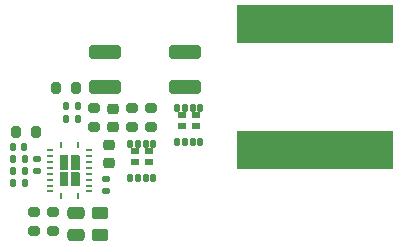
<source format=gbr>
%TF.GenerationSoftware,KiCad,Pcbnew,8.0.6*%
%TF.CreationDate,2024-10-21T22:45:32+01:00*%
%TF.ProjectId,buck,6275636b-2e6b-4696-9361-645f70636258,rev?*%
%TF.SameCoordinates,Original*%
%TF.FileFunction,Paste,Top*%
%TF.FilePolarity,Positive*%
%FSLAX46Y46*%
G04 Gerber Fmt 4.6, Leading zero omitted, Abs format (unit mm)*
G04 Created by KiCad (PCBNEW 8.0.6) date 2024-10-21 22:45:32*
%MOMM*%
%LPD*%
G01*
G04 APERTURE LIST*
G04 Aperture macros list*
%AMRoundRect*
0 Rectangle with rounded corners*
0 $1 Rounding radius*
0 $2 $3 $4 $5 $6 $7 $8 $9 X,Y pos of 4 corners*
0 Add a 4 corners polygon primitive as box body*
4,1,4,$2,$3,$4,$5,$6,$7,$8,$9,$2,$3,0*
0 Add four circle primitives for the rounded corners*
1,1,$1+$1,$2,$3*
1,1,$1+$1,$4,$5*
1,1,$1+$1,$6,$7*
1,1,$1+$1,$8,$9*
0 Add four rect primitives between the rounded corners*
20,1,$1+$1,$2,$3,$4,$5,0*
20,1,$1+$1,$4,$5,$6,$7,0*
20,1,$1+$1,$6,$7,$8,$9,0*
20,1,$1+$1,$8,$9,$2,$3,0*%
G04 Aperture macros list end*
%ADD10C,0.000000*%
%ADD11RoundRect,0.135000X-0.135000X-0.185000X0.135000X-0.185000X0.135000X0.185000X-0.135000X0.185000X0*%
%ADD12RoundRect,0.200000X0.275000X-0.200000X0.275000X0.200000X-0.275000X0.200000X-0.275000X-0.200000X0*%
%ADD13RoundRect,0.140000X-0.170000X0.140000X-0.170000X-0.140000X0.170000X-0.140000X0.170000X0.140000X0*%
%ADD14RoundRect,0.200000X-0.275000X0.200000X-0.275000X-0.200000X0.275000X-0.200000X0.275000X0.200000X0*%
%ADD15RoundRect,0.250000X0.450000X-0.262500X0.450000X0.262500X-0.450000X0.262500X-0.450000X-0.262500X0*%
%ADD16RoundRect,0.250000X-1.100000X0.325000X-1.100000X-0.325000X1.100000X-0.325000X1.100000X0.325000X0*%
%ADD17RoundRect,0.125000X0.125000X-0.190000X0.125000X0.190000X-0.125000X0.190000X-0.125000X-0.190000X0*%
%ADD18R,0.738000X0.570000*%
%ADD19R,13.200000X3.180000*%
%ADD20RoundRect,0.225000X0.250000X-0.225000X0.250000X0.225000X-0.250000X0.225000X-0.250000X-0.225000X0*%
%ADD21RoundRect,0.200000X0.200000X0.275000X-0.200000X0.275000X-0.200000X-0.275000X0.200000X-0.275000X0*%
%ADD22RoundRect,0.140000X0.140000X0.170000X-0.140000X0.170000X-0.140000X-0.170000X0.140000X-0.170000X0*%
%ADD23RoundRect,0.135000X0.135000X0.185000X-0.135000X0.185000X-0.135000X-0.185000X0.135000X-0.185000X0*%
%ADD24RoundRect,0.250000X-0.475000X0.250000X-0.475000X-0.250000X0.475000X-0.250000X0.475000X0.250000X0*%
%ADD25R,0.249999X0.599999*%
%ADD26R,0.599999X0.249999*%
%ADD27RoundRect,0.135000X-0.185000X0.135000X-0.185000X-0.135000X0.185000X-0.135000X0.185000X0.135000X0*%
%ADD28RoundRect,0.250000X1.100000X-0.325000X1.100000X0.325000X-1.100000X0.325000X-1.100000X-0.325000X0*%
G04 APERTURE END LIST*
D10*
%TO.C,U1*%
G36*
X109900000Y-79835001D02*
G01*
X109900000Y-80944999D01*
X109850000Y-80994999D01*
X109199999Y-80994999D01*
X109149999Y-80944999D01*
X109149999Y-79835001D01*
X109199999Y-79784999D01*
X109850000Y-79784999D01*
X109900000Y-79835001D01*
G37*
G36*
X109900000Y-81255001D02*
G01*
X109900000Y-82364999D01*
X109850000Y-82415001D01*
X109199999Y-82415001D01*
X109149999Y-82364999D01*
X109149999Y-81255001D01*
X109199999Y-81205001D01*
X109850000Y-81205001D01*
X109900000Y-81255001D01*
G37*
G36*
X110850001Y-81255001D02*
G01*
X110850001Y-82364999D01*
X110800001Y-82415001D01*
X110150000Y-82415001D01*
X110100000Y-82364999D01*
X110100000Y-81255001D01*
X110150000Y-81205001D01*
X110800001Y-81205001D01*
X110850001Y-81255001D01*
G37*
G36*
X110850001Y-79835001D02*
G01*
X110850001Y-80944999D01*
X110800001Y-80994999D01*
X110150000Y-80994999D01*
X110100000Y-80944999D01*
X110100000Y-79835001D01*
X110150000Y-79784999D01*
X110800001Y-79784999D01*
X110850001Y-79835001D01*
G37*
%TD*%
D11*
%TO.C,R8*%
X105190000Y-82100000D03*
X106210000Y-82100000D03*
%TD*%
D12*
%TO.C,R5*%
X107000000Y-86225000D03*
X107000000Y-84575000D03*
%TD*%
D13*
%TO.C,C3*%
X113100000Y-81820000D03*
X113100000Y-82780000D03*
%TD*%
D14*
%TO.C,R1*%
X115300000Y-75775000D03*
X115300000Y-77425000D03*
%TD*%
D15*
%TO.C,R7*%
X112600000Y-86512500D03*
X112600000Y-84687500D03*
%TD*%
D14*
%TO.C,R4*%
X116900000Y-75775000D03*
X116900000Y-77425000D03*
%TD*%
D12*
%TO.C,R2*%
X112100000Y-77425000D03*
X112100000Y-75775000D03*
%TD*%
D16*
%TO.C,C10*%
X113000000Y-71025000D03*
X113000000Y-73975000D03*
%TD*%
D17*
%TO.C,M1*%
X117080000Y-81700000D03*
X116440000Y-81700000D03*
X115780000Y-81700000D03*
X115140000Y-81700000D03*
X117082500Y-78820000D03*
X116440000Y-78820000D03*
X115780000Y-78820000D03*
X115137500Y-78820000D03*
D18*
X116720000Y-79400000D03*
X115500000Y-79400000D03*
X116720000Y-80350000D03*
X115500000Y-80350000D03*
%TD*%
D19*
%TO.C,L1*%
X130800000Y-68700000D03*
X130800000Y-79300000D03*
%TD*%
D20*
%TO.C,C4*%
X113700000Y-77375000D03*
X113700000Y-75825000D03*
%TD*%
D21*
%TO.C,R9*%
X110525000Y-74100000D03*
X108875000Y-74100000D03*
%TD*%
D22*
%TO.C,C9*%
X110680000Y-76700000D03*
X109720000Y-76700000D03*
%TD*%
D23*
%TO.C,R10*%
X106210000Y-81100000D03*
X105190000Y-81100000D03*
%TD*%
D24*
%TO.C,C5*%
X110500000Y-84650000D03*
X110500000Y-86550000D03*
%TD*%
D25*
%TO.C,U1*%
X109249999Y-78949999D03*
D26*
X108350001Y-79350001D03*
X108350001Y-79850000D03*
X108350001Y-80349999D03*
X108350001Y-80850000D03*
X108350001Y-81350000D03*
X108350001Y-81850001D03*
X108350001Y-82350000D03*
X108350001Y-82849999D03*
D25*
X109249999Y-83250001D03*
X110750001Y-83250001D03*
D26*
X111649999Y-82849999D03*
X111649999Y-82350000D03*
X111649999Y-81850001D03*
X111649999Y-81350000D03*
X111649999Y-80850000D03*
X111649999Y-80349999D03*
X111649999Y-79850000D03*
X111649999Y-79350001D03*
D25*
X110750001Y-78949999D03*
%TD*%
D27*
%TO.C,C8*%
X107200000Y-80090000D03*
X107200000Y-81110000D03*
%TD*%
D20*
%TO.C,C6*%
X113300000Y-80475000D03*
X113300000Y-78925000D03*
%TD*%
D22*
%TO.C,C2*%
X106180000Y-79100000D03*
X105220000Y-79100000D03*
%TD*%
D23*
%TO.C,C7*%
X106210000Y-80100000D03*
X105190000Y-80100000D03*
%TD*%
%TO.C,R11*%
X110710000Y-75600000D03*
X109690000Y-75600000D03*
%TD*%
D21*
%TO.C,R3*%
X107125000Y-77800000D03*
X105475000Y-77800000D03*
%TD*%
D12*
%TO.C,R6*%
X108600000Y-86225000D03*
X108600000Y-84575000D03*
%TD*%
D17*
%TO.C,M2*%
X121070000Y-78680000D03*
X120430000Y-78680000D03*
X119770000Y-78680000D03*
X119130000Y-78680000D03*
X121072500Y-75800000D03*
X120430000Y-75800000D03*
X119770000Y-75800000D03*
X119127500Y-75800000D03*
D18*
X120710000Y-76380000D03*
X119490000Y-76380000D03*
X120710000Y-77330000D03*
X119490000Y-77330000D03*
%TD*%
D28*
%TO.C,C1*%
X119800000Y-73975000D03*
X119800000Y-71025000D03*
%TD*%
M02*

</source>
